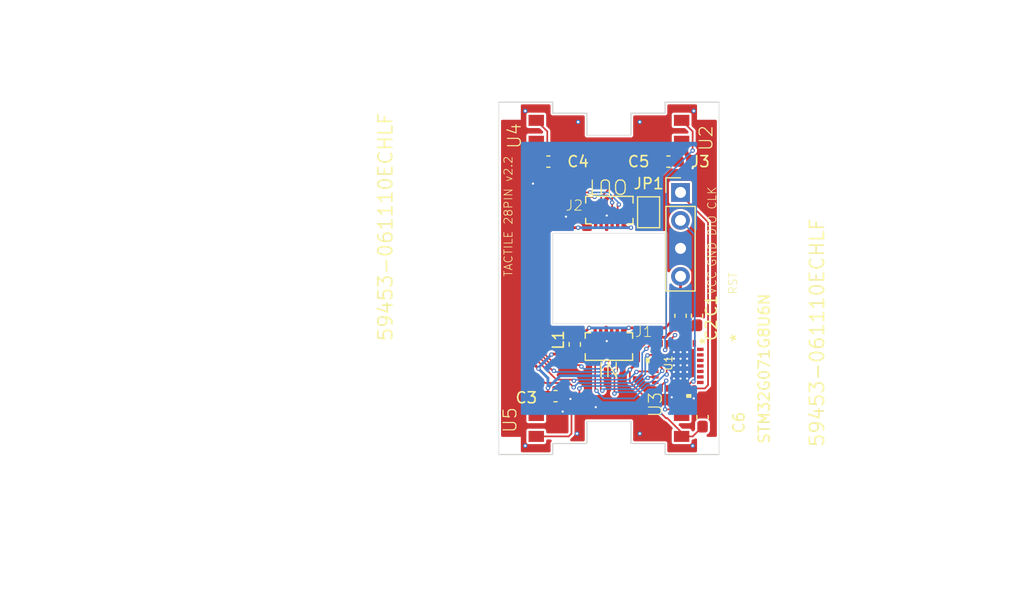
<source format=kicad_pcb>
(kicad_pcb (version 20211014) (generator pcbnew)
  (layers (0 "F.Cu" signal) (31 "B.Cu" signal) (34 "B.Paste" user) (35 "F.Paste" user) (36 "B.SilkS" user "B.Silkscreen") (37 "F.SilkS" user "F.Silkscreen") (38 "B.Mask" user) (39 "F.Mask" user) (44 "Edge.Cuts" user))
  (net 0 "")
  (net 1 "VCC")
  (net 2 "GND")
  (net 3 "/SPI_CS")
  (net 4 "/SPI_SCK")
  (net 5 "/SPI_MISO")
  (net 6 "/SPI_MOSI")
  (net 7 "/SWCLK")
  (net 8 "/SWDIO")
  (net 9 "/RST")
  (net 10 "/OUT1")
  (net 11 "/OUT2")
  (net 12 "/OUT3")
  (net 13 "/OUT4")
  (net 14 "/3V3")
  (net 18 "/PASS_TRU")
  (footprint "footprints:C_0603_1608Metric_Pad1.08x0.95mm_HandSolder" (layer "F.Cu") (at 143 94.4)
    (fp_text reference "C4" (at 2.7 0) (layer "F.SilkS"))
    (fp_text value "100nF")
    (fp_line (start -0.146267 0.51) (end 0.146267 0.51) (layer "F.SilkS") (width 0.12))
    (fp_line (start -0.146267 -0.51) (end 0.146267 -0.51) (layer "F.SilkS") (width 0.12))
    (pad "1" smd roundrect locked (at -0.8625 0) (size 1.075 0.95) (layers "F.Cu" "F.Paste" "F.Mask") (net 1 "VCC"))
    (pad "2" smd roundrect locked (at 0.8625 0) (size 1.075 0.95) (layers "F.Cu" "F.Paste" "F.Mask") (net 2 "GND"))
  )
  (footprint "TACTILE_28UFQFPN_SPI_v2.0:59453-061110ECHLF" (layer "F.Cu") (at 147.2895 100.05675 90)
    (fp_text reference "J2" (at 1.1258 -2.7895 180) (layer "F.SilkS") (effects (font (size 0.93472 0.93472) (thickness 0.08128)) (justify left bottom)))
    (fp_text value "59453-061110ECHLF" (at -0.2742 -19.0895 90) (layer "F.SilkS") (effects (font (size 1.27 1.27))))
    (fp_line (start 2.5 3.4) (end 2.5 -0.9) (layer "F.SilkS") (width 0.127))
    (fp_line (start 0 3.4) (end 0 2.9) (layer "F.SilkS") (width 0.127))
    (fp_line (start 0.5 3.4) (end 0 3.4) (layer "F.SilkS") (width 0.127))
    (fp_line (start 0 -0.9) (end 0 -0.4) (layer "F.SilkS") (width 0.127))
    (fp_line (start 0.5 -0.9) (end 0 -0.9) (layer "F.SilkS") (width 0.127))
    (fp_line (start 1.9 3.4) (end 2.5 3.4) (layer "F.SilkS") (width 0.127))
    (fp_line (start 2.5 -0.9) (end 1.9 -0.9) (layer "F.SilkS") (width 0.127))
    (pad "P$0" smd rect locked (at 1.2 -0.7 90) (size 1 0.52) (layers "F.Cu" "F.Paste" "F.Mask"))
    (pad "P$1" smd rect locked (at 0 0 90) (size 0.9 0.3) (layers "F.Cu" "F.Paste" "F.Mask") (net 3 "/SPI_CS"))
    (pad "P$2" smd rect locked (at 0 0.5 90) (size 0.9 0.3) (layers "F.Cu" "F.Paste" "F.Mask") (net 5 "/SPI_MISO"))
    (pad "P$3" smd rect locked (at 0 1 90) (size 0.9 0.3) (layers "F.Cu" "F.Paste" "F.Mask") (net 2 "GND"))
    (pad "P$4" smd rect locked (at 0 1.5 90) (size 0.9 0.3) (layers "F.Cu" "F.Paste" "F.Mask") (net 18 "/PASS_TRU"))
    (pad "P$5" smd rect locked (at 0 2 90) (size 0.9 0.3) (layers "F.Cu" "F.Paste" "F.Mask") (net 4 "/SPI_SCK"))
    (pad "P$6" smd rect locked (at 0 2.5 90) (size 0.9 0.3) (layers "F.Cu" "F.Paste" "F.Mask") (net 14 "/3V3"))
    (pad "P$8" smd rect locked (at 1.2 3.2 90) (size 1 0.52) (layers "F.Cu" "F.Paste" "F.Mask"))
  )
  (footprint "TACTILE_28UFQFPN_SPI_v2.0:59453-061110ECHLF" (layer "F.Cu") (at 149.75 109.94325 -90)
    (fp_text reference "J1" (at 0.45675 -1.05) (layer "F.SilkS") (effects (font (size 0.93472 0.93472) (thickness 0.08128)) (justify left bottom)))
    (fp_text value "59453-061110ECHLF" (at 0 -17.6467 -90) (layer "F.SilkS") (effects (font (size 1.27 1.27))))
    (fp_line (start 0 -0.9) (end 0 -0.4) (layer "F.SilkS") (width 0.127))
    (fp_line (start 0.5 3.4) (end 0 3.4) (layer "F.SilkS") (width 0.127))
    (fp_line (start 0 3.4) (end 0 2.9) (layer "F.SilkS") (width 0.127))
    (fp_line (start 1.9 3.4) (end 2.5 3.4) (layer "F.SilkS") (width 0.127))
    (fp_line (start 2.5 3.4) (end 2.5 -0.9) (layer "F.SilkS") (width 0.127))
    (fp_line (start 0.5 -0.9) (end 0 -0.9) (layer "F.SilkS") (width 0.127))
    (fp_line (start 2.5 -0.9) (end 1.9 -0.9) (layer "F.SilkS") (width 0.127))
    (pad "P$0" smd rect locked (at 1.2 -0.7 270) (size 1 0.52) (layers "F.Cu" "F.Paste" "F.Mask"))
    (pad "P$1" smd rect locked (at 0 0 270) (size 0.9 0.3) (layers "F.Cu" "F.Paste" "F.Mask") (net 14 "/3V3"))
    (pad "P$2" smd rect locked (at 0 0.5 270) (size 0.9 0.3) (layers "F.Cu" "F.Paste" "F.Mask") (net 4 "/SPI_SCK"))
    (pad "P$3" smd rect locked (at 0 1 270) (size 0.9 0.3) (layers "F.Cu" "F.Paste" "F.Mask") (net 18 "/PASS_TRU"))
    (pad "P$4" smd rect locked (at 0 1.5 270) (size 0.9 0.3) (layers "F.Cu" "F.Paste" "F.Mask") (net 2 "GND"))
    (pad "P$5" smd rect locked (at 0 2 270) (size 0.9 0.3) (layers "F.Cu" "F.Paste" "F.Mask") (net 6 "/SPI_MOSI"))
    (pad "P$6" smd rect locked (at 0 2.5 270) (size 0.9 0.3) (layers "F.Cu" "F.Paste" "F.Mask") (net 3 "/SPI_CS"))
    (pad "P$8" smd rect locked (at 1.2 3.2 270) (size 1 0.52) (layers "F.Cu" "F.Paste" "F.Mask"))
  )
  (footprint "footprints:C_0603_1608Metric_Pad1.08x0.95mm_HandSolder" (layer "F.Cu") (at 155 108.4 90)
    (fp_text reference "C1" (at 0.9 2.8 270) (layer "F.SilkS"))
    (fp_text value "100nF")
    (fp_line (start -0.146267 -0.51) (end 0.146267 -0.51) (layer "F.SilkS") (width 0.12))
    (fp_line (start -0.146267 0.51) (end 0.146267 0.51) (layer "F.SilkS") (width 0.12))
    (pad "1" smd roundrect locked (at -0.8625 0 90) (size 1.075 0.95) (layers "F.Cu" "F.Paste" "F.Mask") (net 1 "VCC"))
    (pad "2" smd roundrect locked (at 0.8625 0 90) (size 1.075 0.95) (layers "F.Cu" "F.Paste" "F.Mask") (net 2 "GND"))
  )
  (footprint "footprints:C_0603_1608Metric_Pad1.08x0.95mm_HandSolder" (layer "F.Cu") (at 143.6511 115.7)
    (fp_text reference "C3" (at -2.6511 0.1464) (layer "F.SilkS"))
    (fp_text value "100nF")
    (fp_line (start -0.146267 -0.51) (end 0.146267 -0.51) (layer "F.SilkS") (width 0.12))
    (fp_line (start -0.146267 0.51) (end 0.146267 0.51) (layer "F.SilkS") (width 0.12))
    (pad "1" smd roundrect locked (at -0.8625 0) (size 1.075 0.95) (layers "F.Cu" "F.Paste" "F.Mask") (net 1 "VCC"))
    (pad "2" smd roundrect locked (at 0.8625 0) (size 1.075 0.95) (layers "F.Cu" "F.Paste" "F.Mask") (net 2 "GND"))
  )
  (footprint "footprints:C_0603_1608Metric_Pad1.08x0.95mm_HandSolder" (layer "F.Cu") (at 153.9011 94.4 180)
    (fp_text reference "C5" (at 2.7011 0 180) (layer "F.SilkS"))
    (fp_text value "100nF")
    (fp_line (start -0.146267 -0.51) (end 0.146267 -0.51) (layer "F.SilkS") (width 0.12))
    (fp_line (start -0.146267 0.51) (end 0.146267 0.51) (layer "F.SilkS") (width 0.12))
    (pad "1" smd roundrect locked (at -0.8625 0 180) (size 1.075 0.95) (layers "F.Cu" "F.Paste" "F.Mask") (net 1 "VCC"))
    (pad "2" smd roundrect locked (at 0.8625 0 180) (size 1.075 0.95) (layers "F.Cu" "F.Paste" "F.Mask") (net 2 "GND"))
  )
  (footprint "Inductor_SMD:L_0603_1608Metric_Pad1.05x0.95mm_HandSolder" (layer "F.Cu") (at 145.4 111 90)
    (fp_text reference "L1" (at 0.4 -1.5 90) (layer "F.SilkS"))
    (fp_text value "33nH/±5%/500mA")
    (fp_line (start -0.171267 -0.51) (end 0.171267 -0.51) (layer "F.SilkS") (width 0.12))
    (fp_line (start -0.171267 0.51) (end 0.171267 0.51) (layer "F.SilkS") (width 0.12))
    (pad "1" smd roundrect locked (at -0.875 0 90) (size 1.05 0.95) (layers "F.Cu" "F.Paste" "F.Mask") (net 1 "VCC"))
    (pad "2" smd roundrect locked (at 0.875 0 90) (size 1.05 0.95) (layers "F.Cu" "F.Paste" "F.Mask") (net 14 "/3V3"))
  )
  (footprint "footprints:SolderJumper-2_P1.3mm_Open_Pad1.0x1.5mm" (layer "F.Cu") (at 152.1 99 -90)
    (fp_text reference "JP1" (at -2.6 0) (layer "F.SilkS"))
    (fp_text value "SolderJumper_2_Close")
    (fp_line (start 1.4 1) (end -1.4 1) (layer "F.SilkS") (width 0.12))
    (fp_line (start 1.4 -1) (end 1.4 1) (layer "F.SilkS") (width 0.12))
    (fp_line (start -1.4 -1) (end 1.4 -1) (layer "F.SilkS") (width 0.12))
    (fp_line (start -1.4 1) (end -1.4 -1) (layer "F.SilkS") (width 0.12))
    (pad "1" smd rect locked (at -0.65 0 270) (size 1 1.5) (layers "F.Cu" "F.Mask") (net 18 "/PASS_TRU"))
    (pad "2" smd rect locked (at 0.65 0 270) (size 1 1.5) (layers "F.Cu" "F.Mask") (net 5 "/SPI_MISO"))
  )
  (footprint "footprints:PinHeader_1x04_P2.54mm_Vertical" (layer "F.Cu") (at 155 97.2)
    (fp_text reference "J3" (at 1.8 -2.8) (layer "F.SilkS"))
    (fp_text value "n.m.")
    (fp_line (start -1.33 8.95) (end 1.33 8.95) (layer "F.SilkS") (width 0.12))
    (fp_line (start -1.33 0) (end -1.33 -1.33) (layer "F.SilkS") (width 0.12))
    (fp_line (start -1.33 -1.33) (end 0 -1.33) (layer "F.SilkS") (width 0.12))
    (fp_line (start -1.33 1.27) (end -1.33 8.95) (layer "F.SilkS") (width 0.12))
    (fp_line (start 1.33 1.27) (end 1.33 8.95) (layer "F.SilkS") (width 0.12))
    (fp_line (start -1.33 1.27) (end 1.33 1.27) (layer "F.SilkS") (width 0.12))
    (pad "1" thru_hole rect locked (at 0 0) (size 1.7 1.7) (drill 1) (layers *.Cu *.Mask) (net 7 "/SWCLK"))
    (pad "2" thru_hole oval locked (at 0 2.54) (size 1.7 1.7) (drill 1) (layers *.Cu *.Mask) (net 8 "/SWDIO"))
    (pad "3" thru_hole oval locked (at 0 5.08) (size 1.7 1.7) (drill 1) (layers *.Cu *.Mask) (net 2 "GND"))
    (pad "4" thru_hole oval locked (at 0 7.62) (size 1.7 1.7) (drill 1) (layers *.Cu *.Mask) (net 14 "/3V3"))
  )
  (footprint "TACTILE_28UFQFPN_SPI_v2.0:SOT23-BEC" (layer "F.Cu") (at 154.0011 91.6036 90)
    (fp_text reference "U2" (at -1.8964 3.9989 90) (layer "F.SilkS") (effects (font (size 1.1684 1.1684) (thickness 0.1016)) (justify left bottom)))
    (fp_text value "DRV5056A4")
    (pad "B" smd rect locked (at -0.95 1.1 90) (size 1 1.4) (layers "F.Cu" "F.Paste" "F.Mask") (net 1 "VCC"))
    (pad "C" smd rect locked (at 0 -1.1 90) (size 1 1.4) (layers "F.Cu" "F.Paste" "F.Mask") (net 2 "GND"))
    (pad "E" smd rect locked (at 0.95 1.1 90) (size 1 1.4) (layers "F.Cu" "F.Paste" "F.Mask") (net 10 "/OUT1"))
  )
  (footprint "footprints:C_0603_1608Metric_Pad1.08x0.95mm_HandSolder" (layer "F.Cu") (at 157 117.6 90)
    (fp_text reference "C6" (at -0.5 3.3 90) (layer "F.SilkS"))
    (fp_text value "100nF")
    (fp_line (start -0.146267 0.51) (end 0.146267 0.51) (layer "F.SilkS") (width 0.12))
    (fp_line (start -0.146267 -0.51) (end 0.146267 -0.51) (layer "F.SilkS") (width 0.12))
    (pad "1" smd roundrect locked (at -0.8625 0 90) (size 1.075 0.95) (layers "F.Cu" "F.Paste" "F.Mask") (net 1 "VCC"))
    (pad "2" smd roundrect locked (at 0.8625 0 90) (size 1.075 0.95) (layers "F.Cu" "F.Paste" "F.Mask") (net 2 "GND"))
  )
  (footprint "TACTILE_28UFQFPN_SPI_v2.0:SOT23-BEC" (layer "F.Cu") (at 143.0011 91.6036 -90)
    (fp_text reference "U4" (at 1.6964 2.4011 -90) (layer "F.SilkS") (effects (font (size 1.1684 1.1684) (thickness 0.1016)) (justify left bottom)))
    (fp_text value "DRV5056A4")
    (pad "B" smd rect locked (at -0.95 1.1 270) (size 1 1.4) (layers "F.Cu" "F.Paste" "F.Mask") (net 1 "VCC"))
    (pad "C" smd rect locked (at 0 -1.1 270) (size 1 1.4) (layers "F.Cu" "F.Paste" "F.Mask") (net 2 "GND"))
    (pad "E" smd rect locked (at 0.95 1.1 270) (size 1 1.4) (layers "F.Cu" "F.Paste" "F.Mask") (net 11 "/OUT2"))
  )
  (footprint "STM32G071G8U6N:STM32G071G8U6N" (layer "F.Cu") (at 154.7511 112.9536 -90)
    (fp_text reference "U1" (at -0.2536 0.8511 -90) (layer "F.SilkS") (effects (font (size 0.7 0.7) (thickness 0.1))))
    (fp_text value "STM32G071G8U6N" (at 0.2464 -7.8489 -90) (layer "F.SilkS"))
    (fp_text user "*" (at -2.2536 -2.5489 -90) (layer "F.SilkS"))
    (fp_text user "*" (at -2.5536 -5.3489 -90) (layer "F.SilkS"))
    (fp_poly (pts (xy 2.852674 -1.19126) (xy 2.852674 -0.81026) (xy 2.598674 -0.81026) (xy 2.598674 -1.19126)) (layer "F.SilkS") (width 0.1) (fill solid))
    (fp_poly (pts (xy -0.69088 2.598674) (xy -0.69088 2.852674) (xy -0.30988 2.852674) (xy -0.30988 2.598674)) (layer "F.SilkS") (width 0.1) (fill solid))
    (pad "1" smd rect locked (at -2.0447 -1.50114) (size 0.299974 0.599948) (layers "F.Cu" "F.Paste" "F.Mask"))
    (pad "2" smd rect locked (at -2.0447 -1.00076) (size 0.299974 0.599948) (layers "F.Cu" "F.Paste" "F.Mask"))
    (pad "3" smd rect locked (at -2.0447 -0.50038) (size 0.299974 0.599948) (layers "F.Cu" "F.Paste" "F.Mask") (net 1 "VCC"))
    (pad "4" smd rect locked (at -2.0447 0) (size 0.299974 0.599948) (layers "F.Cu" "F.Paste" "F.Mask") (net 2 "GND"))
    (pad "5" smd rect locked (at -2.0447 0.50038) (size 0.299974 0.599948) (layers "F.Cu" "F.Paste" "F.Mask") (net 9 "/RST"))
    (pad "6" smd rect locked (at -2.0447 1.00076) (size 0.299974 0.599948) (layers "F.Cu" "F.Paste" "F.Mask") (net 10 "/OUT1"))
    (pad "7" smd rect locked (at -2.0447 1.50114) (size 0.299974 0.599948) (layers "F.Cu" "F.Paste" "F.Mask") (net 11 "/OUT2"))
    (pad "8" smd rect locked (at -1.50114 2.0447 270) (size 0.299974 0.599948) (layers "F.Cu" "F.Paste" "F.Mask"))
    (pad "9" smd rect locked (at -1.00076 2.0447 270) (size 0.299974 0.599948) (layers "F.Cu" "F.Paste" "F.Mask") (net 12 "/OUT3"))
    (pad "10" smd rect locked (at -0.50038 2.0447 270) (size 0.299974 0.599948) (layers "F.Cu" "F.Paste" "F.Mask") (net 3 "/SPI_CS"))
    (pad "11" smd rect locked (at 0 2.0447 270) (size 0.299974 0.599948) (layers "F.Cu" "F.Paste" "F.Mask") (net 4 "/SPI_SCK"))
    (pad "12" smd rect locked (at 0.50038 2.0447 270) (size 0.299974 0.599948) (layers "F.Cu" "F.Paste" "F.Mask") (net 5 "/SPI_MISO"))
    (pad "13" smd rect locked (at 1.00076 2.0447 270) (size 0.299974 0.599948) (layers "F.Cu" "F.Paste" "F.Mask") (net 6 "/SPI_MOSI"))
    (pad "14" smd rect locked (at 1.50114 2.0447 270) (size 0.299974 0.599948) (layers "F.Cu" "F.Paste" "F.Mask"))
    (pad "15" smd rect locked (at 2.0447 1.50114) (size 0.299974 0.599948) (layers "F.Cu" "F.Paste" "F.Mask") (net 13 "/OUT4"))
    (pad "16" smd rect locked (at 2.0447 1.00076) (size 0.299974 0.599948) (layers "F.Cu" "F.Paste" "F.Mask"))
    (pad "17" smd rect locked (at 2.0447 0.50038) (size 0.299974 0.599948) (layers "F.Cu" "F.Paste" "F.Mask"))
    (pad "18" smd rect locked (at 2.0447 0) (size 0.299974 0.599948) (layers "F.Cu" "F.Paste" "F.Mask"))
    (pad "19" smd rect locked (at 2.0447 -0.50038) (size 0.299974 0.599948) (layers "F.Cu" "F.Paste" "F.Mask"))
    (pad "20" smd rect locked (at 2.0447 -1.00076) (size 0.299974 0.599948) (layers "F.Cu" "F.Paste" "F.Mask") (net 8 "/SWDIO"))
    (pad "21" smd rect locked (at 2.0447 -1.50114) (size 0.299974 0.599948) (layers "F.Cu" "F.Paste" "F.Mask") (net 7 "/SWCLK"))
    (pad "22" smd rect locked (at 1.50114 -2.0447 270) (size 0.299974 0.599948) (layers "F.Cu" "F.Paste" "F.Mask"))
    (pad "23" smd rect locked (at 1.00076 -2.0447 270) (size 0.299974 0.599948) (layers "F.Cu" "F.Paste" "F.Mask"))
    (pad "24" smd rect locked (at 0.50038 -2.0447 270) (size 0.299974 0.599948) (layers "F.Cu" "F.Paste" "F.Mask"))
    (pad "25" smd rect locked (at 0 -2.0447 270) (size 0.299974 0.599948) (layers "F.Cu" "F.Paste" "F.Mask"))
    (pad "26" smd rect locked (at -0.50038 -2.0447 270) (size 0.299974 0.599948) (layers "F.Cu" "F.Paste" "F.Mask"))
    (pad "27" smd rect locked (at -1.00076 -2.0447 270) (size 0.299974 0.599948) (layers "F.Cu" "F.Paste" "F.Mask"))
    (pad "28" smd rect locked (at -1.50114 -2.0447 270) (size 0.299974 0.599948) (layers "F.Cu" "F.Paste" "F.Mask"))
  )
  (footprint "footprints:C_0603_1608Metric_Pad1.08x0.95mm_HandSolder" (layer "F.Cu") (at 156.5 108.4 90)
    (fp_text reference "C2" (at -1.3 1.3 90) (layer "F.SilkS"))
    (fp_text value "1uF")
    (fp_line (start -0.146267 0.51) (end 0.146267 0.51) (layer "F.SilkS") (width 0.12))
    (fp_line (start -0.146267 -0.51) (end 0.146267 -0.51) (layer "F.SilkS") (width 0.12))
    (pad "1" smd roundrect locked (at -0.8625 0 90) (size 1.075 0.95) (layers "F.Cu" "F.Paste" "F.Mask") (net 1 "VCC"))
    (pad "2" smd roundrect locked (at 0.8625 0 90) (size 1.075 0.95) (layers "F.Cu" "F.Paste" "F.Mask") (net 2 "GND"))
  )
  (footprint "TACTILE_28UFQFPN_SPI_v2.0:SOT23-BEC" (layer "F.Cu") (at 143.0011 118.4036 -90)
    (fp_text reference "U5" (at 0.6964 2.8011 -90) (layer "F.SilkS") (effects (font (size 1.1684 1.1684) (thickness 0.1016)) (justify left bottom)))
    (fp_text value "DRV5056A4")
    (pad "B" smd rect locked (at -0.95 1.1 270) (size 1 1.4) (layers "F.Cu" "F.Paste" "F.Mask") (net 1 "VCC"))
    (pad "C" smd rect locked (at 0 -1.1 270) (size 1 1.4) (layers "F.Cu" "F.Paste" "F.Mask") (net 2 "GND"))
    (pad "E" smd rect locked (at 0.95 1.1 270) (size 1 1.4) (layers "F.Cu" "F.Paste" "F.Mask") (net 12 "/OUT3"))
  )
  (footprint "TACTILE_28UFQFPN_SPI_v2.0:SOT23-BEC" (layer "F.Cu") (at 154.0011 118.4036 90)
    (fp_text reference "U3" (at 0.7036 -0.6011 90) (layer "F.SilkS") (effects (font (size 1.1684 1.1684) (thickness 0.1016)) (justify left bottom)))
    (fp_text value "DRV5056A4")
    (pad "B" smd rect (at -0.95 1.1 90) (size 1 1.4) (layers "F.Cu" "F.Paste" "F.Mask") (net 1 "VCC"))
    (pad "C" smd rect (at 0 -1.1 90) (size 1 1.4) (layers "F.Cu" "F.Paste" "F.Mask") (net 2 "GND"))
    (pad "E" smd rect (at 0.95 1.1 90) (size 1 1.4) (layers "F.Cu" "F.Paste" "F.Mask") (net 13 "/OUT4"))
  )
  (gr_line (start 143.4 90) (end 143.4 89) (layer "Edge.Cuts") (width 0.1))
  (gr_line (start 158.5011 121) (end 153.6 121) (layer "Edge.Cuts") (width 0.1))
  (gr_line (start 153.6011 109.1036) (end 153.6011 100.9036) (layer "Edge.Cuts") (width 0.05))
  (gr_line (start 146.5011 120) (end 143.4 120) (layer "Edge.Cuts") (width 0.1))
  (gr_line (start 146.5011 92.0036) (end 150.5011 92.0036) (layer "Edge.Cuts") (width 0.05))
  (gr_line (start 153.6 89) (end 158.5011 89) (layer "Edge.Cuts") (width 0.1))
  (gr_line (start 146.5011 92.0036) (end 146.5011 90) (layer "Edge.Cuts") (width 0.1))
  (gr_line (start 153.6 90) (end 153.6 89) (layer "Edge.Cuts") (width 0.1))
  (gr_line (start 150.5011 92.0036) (end 150.5011 90) (layer "Edge.Cuts") (width 0.1))
  (gr_line (start 143.4011 100.9036) (end 143.4011 109.1036) (layer "Edge.Cuts") (width 0.05))
  (gr_line (start 143.4 121) (end 138.5011 121) (layer "Edge.Cuts") (width 0.1))
  (gr_line (start 150.5 120) (end 153.6 120) (layer "Edge.Cuts") (width 0.1))
  (gr_line (start 143.4 120) (end 143.4 121) (layer "Edge.Cuts") (width 0.1))
  (gr_line (start 146.5011 90) (end 143.4 90) (layer "Edge.Cuts") (width 0.1))
  (gr_line (start 146.5011 120) (end 146.5011 118.0036) (layer "Edge.Cuts") (width 0.1))
  (gr_line (start 143.4 89) (end 138.5011 89) (layer "Edge.Cuts") (width 0.1))
  (gr_line (start 143.4011 109.1036) (end 153.6011 109.1036) (layer "Edge.Cuts") (width 0.05))
  (gr_line (start 146.5011 118.0036) (end 150.5011 118.0036) (layer "Edge.Cuts") (width 0.05))
  (gr_line (start 153.6011 100.9036) (end 143.4011 100.9036) (layer "Edge.Cuts") (width 0.05))
  (gr_line (start 150.5 120) (end 150.5011 118.0036) (layer "Edge.Cuts") (width 0.1))
  (gr_line (start 158.5011 121) (end 158.5011 89) (layer "Edge.Cuts") (width 0.05))
  (gr_line (start 150.5011 90) (end 153.6 90) (layer "Edge.Cuts") (width 0.1))
  (gr_line (start 138.5011 89) (end 138.5011 121) (layer "Edge.Cuts") (width 0.05))
  (gr_line (start 153.6 120) (end 153.6 121) (layer "Edge.Cuts") (width 0.1))
  (gr_text "DIO" (at 158.3 101.2 90) (layer "F.SilkS") (effects (font (size 0.747776 0.747776) (thickness 0.065024)) (justify left bottom)))
  (gr_text "TACTILE 28PIN v2.2" (at 139.8 104.9 90) (layer "F.SilkS") (effects (font (size 0.747776 0.747776) (thickness 0.065024)) (justify left bottom)))
  (gr_text "VCC" (at 158.3 106.5 90) (layer "F.SilkS") (effects (font (size 0.747776 0.747776) (thickness 0.065024)) (justify left bottom)))
  (gr_text "GND" (at 158.3 104 90) (layer "F.SilkS") (effects (font (size 0.747776 0.747776) (thickness 0.065024)) (justify left bottom)))
  (gr_text "CLK" (at 158.3 98.8 90) (layer "F.SilkS") (effects (font (size 0.747776 0.747776) (thickness 0.065024)) (justify left bottom)))
  (gr_text "OUT" (at 150.3 95.9 180) (layer "F.SilkS") (effects (font (size 1.308608 1.308608) (thickness 0.113792)) (justify left bottom)))
  (gr_text "IN" (at 147.4 114.1) (layer "F.SilkS") (effects (font (size 1.308608 1.308608) (thickness 0.113792)) (justify left bottom)))
  (gr_text "RST" (at 160.2 106.5 90) (layer "F.SilkS") (effects (font (size 0.747776 0.747776) (thickness 0.065024)) (justify left bottom)))
  (segment (start 153.803811 117.700889) (end 155.1011 118.998178) (width 0.1524) (layer "F.Cu") (net 1))
  (segment (start 155.1011 119.3536) (end 156.1089 119.3536) (width 0.1524) (layer "F.Cu") (net 1))
  (segment (start 153.644585 110.355415) (end 152.303223 110.355415) (width 0.254) (layer "F.Cu") (net 1))
  (segment (start 143.325 111.875) (end 145.1 111.875) (width 0.254) (layer "F.Cu") (net 1))
  (segment (start 142.1 113.2) (end 141.170281 112.270281) (width 0.254) (layer "F.Cu") (net 1))
  (segment (start 155.1011 118.998178) (end 155.1011 119.3536) (width 0.1524) (layer "F.Cu") (net 1))
  (segment (start 142.2511 94.2) (end 142.9011 93.55) (width 0.1524) (layer "F.Cu") (net 1))
  (segment (start 142.2511 117.4536) (end 141.9011 117.4536) (width 0.254) (layer "F.Cu") (net 1))
  (segment (start 142.9011 93.55) (end 142.9011 91.6536) (width 0.1524) (layer "F.Cu") (net 1))
  (segment (start 151.2 112.5) (end 150.4 113.3) (width 0.254) (layer "F.Cu") (net 1))
  (segment (start 142.960581 115.713082) (end 142.9607 114.9648) (width 0.1524) (layer "F.Cu") (net 1))
  (segment (start 156.1089 119.3536) (end 157 118.4625) (width 0.1524) (layer "F.Cu") (net 1))
  (segment (start 153.681689 117.700889) (end 153.803811 117.700889) (width 0.1524) (layer "F.Cu") (net 1))
  (segment (start 143.0011 115.7536) (end 142.960581 115.713082) (width 0.1524) (layer "F.Cu") (net 1))
  (segment (start 143.863426 96.37028) (end 152.30192 96.37028) (width 0.254) (layer "F.Cu") (net 1))
  (segment (start 143.0011 115.7536) (end 143.0011 116.7036) (width 0.254) (layer "F.Cu") (net 1))
  (segment (start 152.303223 110.355415) (end 151.2 111.458638) (width 0.254) (layer "F.Cu") (net 1))
  (segment (start 155.5 109.7) (end 155.25148 109.94852) (width 0.25) (layer "F.Cu") (net 1))
  (segment (start 152.30192 96.37028) (end 154.4686 94.2036) (width 0.254) (layer "F.Cu") (net 1))
  (segment (start 142.2511 94.2) (end 142.2511 94.757954) (width 0.254) (layer "F.Cu") (net 1))
  (segment (start 156.495 109.2625) (end 156.0575 109.7) (width 0.25) (layer "F.Cu") (net 1))
  (segment (start 141.170281 99.063425) (end 143.863426 96.37028) (width 0.254) (layer "F.Cu") (net 1))
  (segment (start 141.170281 112.270281) (end 141.170281 99.063425) (width 0.254) (layer "F.Cu") (net 1))
  (segment (start 142.2511 94.757954) (end 143.863426 96.37028) (width 0.254) (layer "F.Cu") (net 1))
  (segment (start 143.863426 96.37028) (end 143.9 96.37028) (width 0.254) (layer "F.Cu") (net 1))
  (segment (start 156.0575 109.7) (end 155.5 109.7) (width 0.25) (layer "F.Cu") (net 1))
  (segment (start 142.9011 91.6536) (end 141.9011 90.6536) (width 0.1524) (layer "F.Cu") (net 1))
  (segment (start 154.3 94.4547) (end 155.1011 93.6536) (width 0.1524) (layer "F.Cu") (net 1))
  (segment (start 150.4 113.3) (end 150.4 114.4192) (width 0.1524) (layer "F.Cu") (net 1))
  (segment (start 151.2 111.458638) (end 151.2 112.5) (width 0.254) (layer "F.Cu") (net 1))
  (segment (start 143.27666 111.92334) (end 143.325 111.875) (width 0.254) (layer "F.Cu") (net 1))
  (segment (start 150.4 114.4192) (end 153.681689 117.700889) (width 0.1524) (layer "F.Cu") (net 1))
  (segment (start 154.3 109.7) (end 153.644585 110.355415) (width 0.254) (layer "F.Cu") (net 1))
  (segment (start 155.5 109.7) (end 154.3 109.7) (width 0.254) (layer "F.Cu") (net 1))
  (segment (start 155.1011 93.6536) (end 155.1011 92.5536) (width 0.1524) (layer "F.Cu") (net 1))
  (segment (start 143.0011 116.7036) (end 142.2511 117.4536) (width 0.254) (layer "F.Cu") (net 1))
  (segment (start 155.25148 109.94852) (end 155.25148 110.9089) (width 0.25) (layer "F.Cu") (net 1))
  (segment (start 150.4 113.3) (end 150.389263 113.310737) (width 0.254) (layer "F.Cu") (net 1))
  (via (at 142.9607 114.9648) (size 0.4032) (drill 0.2) (layers "F.Cu" "B.Cu") (net 1))
  (via (at 150.4 113.3) (size 0.4) (drill 0.2) (layers "F.Cu" "B.Cu") (net 1))
  (via (at 143.27666 111.92334) (size 0.4) (drill 0.2) (layers "F.Cu" "B.Cu") (net 1))
  (via (at 142.1 113.2) (size 0.4) (drill 0.2) (layers "F.Cu" "B.Cu") (net 1))
  (segment (start 142.1 113.2) (end 142.9607 114.0607) (width 0.254) (layer "B.Cu") (net 1))
  (segment (start 143.27666 111.92334) (end 142.1 113.1) (width 0.254) (layer "B.Cu") (net 1))
  (segment (start 149.845164 113.854836) (end 144.070664 113.854836) (width 0.254) (layer "B.Cu") (net 1))
  (segment (start 142.9607 114.0607) (end 142.9607 114.9648) (width 0.254) (layer "B.Cu") (net 1))
  (segment (start 144.070664 113.854836) (end 142.9607 114.9648) (width 0.254) (layer "B.Cu") (net 1))
  (segment (start 142.1 113.1) (end 142.1 113.2) (width 0.254) (layer "B.Cu") (net 1))
  (segment (start 150.4 113.3) (end 149.845164 113.854836) (width 0.254) (layer "B.Cu") (net 1))
  (segment (start 156.3 107.625) (end 156.1 107.425) (width 0.254) (layer "F.Cu") (net 2))
  (segment (start 144.3011 115.7536) (end 144.3011 118.2036) (width 0.254) (layer "F.Cu") (net 2))
  (segment (start 144.3011 115.7536) (end 144.5011 115.9536) (width 0.254) (layer "F.Cu") (net 2))
  (segment (start 156.1 105.280601) (end 156.103511 105.27709) (width 0.254) (layer "F.Cu") (net 2))
  (segment (start 156.8 107.3) (end 156.3 107.8) (width 0.1524) (layer "F.Cu") (net 2))
  (segment (start 144.3011 118.2036) (end 144.1011 118.4036) (width 0.254) (layer "F.Cu") (net 2))
  (segment (start 156.1 107.425) (end 156.1 105.280601) (width 0.254) (layer "F.Cu") (net 2))
  (segment (start 156.103511 103.383511) (end 155 102.28) (width 0.254) (layer "F.Cu") (net 2))
  (segment (start 144.5011 115.9536) (end 145.0011 115.9536) (width 0.254) (layer "F.Cu") (net 2))
  (segment (start 156.3 107.8) (end 156.3 107.625) (width 0.254) (layer "F.Cu") (net 2))
  (segment (start 156.103511 105.27709) (end 156.103511 103.383511) (width 0.254) (layer "F.Cu") (net 2))
  (via (at 156.2 89.8) (size 0.4) (drill 0.2) (layers "F.Cu" "B.Cu") (net 2))
  (via (at 155 112.3) (size 0.4) (drill 0.2) (layers "F.Cu" "B.Cu") (net 2))
  (via (at 140.9 120.2) (size 0.4032) (drill 0.2) (layers "F.Cu" "B.Cu") (net 2))
  (via (at 155 111.7) (size 0.4) (drill 0.2) (layers "F.Cu" "B.Cu") (net 2))
  (via (at 155.6 114.1) (size 0.4) (drill 0.2) (layers "F.Cu" "B.Cu") (net 2))
  (via (at 144.3 117.1) (size 0.4032) (drill 0.2) (layers "F.Cu" "B.Cu") (net 2))
  (via (at 145.7 90.8) (size 0.4) (drill 0.2) (layers "F.Cu" "B.Cu") (net 2))
  (via (at 155 114.1) (size 0.4) (drill 0.2) (layers "F.Cu" "B.Cu") (net 2))
  (via (at 156.1 95) (size 0.4) (drill 0.2) (layers "F.Cu" "B.Cu") (net 2))
  (via (at 151.3 90.8) (size 0.4) (drill 0.2) (layers "F.Cu" "B.Cu") (net 2))
  (via (at 154.2 115.8) (size 0.4032) (drill 0.2) (layers "F.Cu" "B.Cu") (net 2))
  (via (at 155.6 113.5) (size 0.4) (drill 0.2) (layers "F.Cu" "B.Cu") (net 2))
  (via (at 153.8 112.3) (size 0.4) (drill 0.2) (layers "F.Cu" "B.Cu") (net 2))
  (via (at 155.6 112.3) (size 0.4) (drill 0.2) (layers "F.Cu" "B.Cu") (net 2))
  (via (at 148.3 110.7) (size 0.4) (drill 0.2) (layers "F.Cu" "B.Cu") (net 2))
  (via (at 155.6 111.7) (size 0.4) (drill 0.2) (layers "F.Cu" "B.Cu") (net 2))
  (via (at 154.4 112.3) (size 0.4) (drill 0.2) (layers "F.Cu" "B.Cu") (net 2))
  (via (at 155 113.5) (size 0.4) (drill 0.2) (layers "F.Cu" "B.Cu") (net 2))
  (via (at 155 112.9) (size 0.4) (drill 0.2) (layers "F.Cu" "B.Cu") (net 2))
  (via (at 140.9 89.8) (size 0.4) (drill 0.2) (layers "F.Cu" "B.Cu") (net 2))
  (via (at 145.0011 115.9536) (size 0.4032) (drill 0.2) (layers "F.Cu" "B.Cu") (net 2))
  (via (at 145.6 119.1) (size 0.4032) (drill 0.2) (layers "F.Cu" "B.Cu") (net 2))
  (via (at 154.4 113.5) (size 0.4) (drill 0.2) (layers "F.Cu" "B.Cu") (net 2))
  (via (at 156.1 120.2) (size 0.4032) (drill 0.2) (layers "F.Cu" "B.Cu") (net 2))
  (via (at 156.2 115.9) (size 0.4032) (drill 0.2) (layers "F.Cu" "B.Cu") (net 2))
  (via (at 147.3 116.7) (size 0.4032) (drill 0.2) (layers "F.Cu" "B.Cu") (net 2))
  (via (at 141.6 96.4) (size 0.4032) (drill 0.2) (layers "F.Cu" "B.Cu") (net 2))
  (via (at 144.6 99.4) (size 0.4032) (drill 0.2) (layers "F.Cu" "B.Cu") (net 2))
  (via (at 154.4 112.9) (size 0.4) (drill 0.2) (layers "F.Cu" "B.Cu") (net 2))
  (via (at 154.4 114.1) (size 0.4) (drill 0.2) (layers "F.Cu" "B.Cu") (net 2))
  (via (at 148.3 99.3) (size 0.4) (drill 0.2) (layers "F.Cu" "B.Cu") (net 2))
  (via (at 155.6 112.9) (size 0.4) (drill 0.2) (layers "F.Cu" "B.Cu") (net 2))
  (via (at 154.4 111.7) (size 0.4) (drill 0.2) (layers "F.Cu" "B.Cu") (net 2))
  (via (at 151.3 119.1) (size 0.4032) (drill 0.2) (layers "F.Cu" "B.Cu") (net 2))
  (segment (start 142.37626 99.57151) (end 142.37626 111.592446) (width 0.1524) (layer "F.Cu") (net 3))
  (segment (start 142.37626 111.592446) (end 143.386534 112.60272) (width 0.1524) (layer "F.Cu") (net 3))
  (segment (start 147.2895 100.05675) (end 147.2895 98.3895) (width 0.1524) (layer "F.Cu") (net 3))
  (segment (start 143.386534 112.60272) (end 146.49728 112.60272) (width 0.1524) (layer "F.Cu") (net 3))
  (segment (start 147.25 115.084712) (end 147.25 112.60272) (width 0.15) (layer "F.Cu") (net 3))
  (segment (start 146.49728 112.60272) (end 147.25 112.60272) (width 0.1524) (layer "F.Cu") (net 3))
  (segment (start 153.742693 113.73504) (end 153.742693 113.042693) (width 0.15) (layer "F.Cu") (net 3))
  (segment (start 146.9 98) (end 143.94777 98) (width 0.1524) (layer "F.Cu") (net 3))
  (segment (start 153.742693 113.042693) (end 153.15322 112.45322) (width 0.15) (layer "F.Cu") (net 3))
  (segment (start 147.2895 98.3895) (end 146.9 98) (width 0.1524) (layer "F.Cu") (net 3))
  (segment (start 143.94777 98) (end 142.37626 99.57151) (width 0.1524) (layer "F.Cu") (net 3))
  (segment (start 147.373563 115.208275) (end 147.25 115.084712) (width 0.15) (layer "F.Cu") (net 3))
  (segment (start 147.25 112.60272) (end 147.25 109.94325) (width 0.1524) (layer "F.Cu") (net 3))
  (segment (start 153.15322 112.45322) (end 152.7064 112.45322) (width 0.15) (layer "F.Cu") (net 3))
  (via (at 153.742693 113.73504) (size 0.4) (drill 0.2) (layers "F.Cu" "B.Cu") (net 3))
  (via (at 147.373563 115.208275) (size 0.4) (drill 0.2) (layers "F.Cu" "B.Cu") (net 3))
  (segment (start 147.373563 115.208275) (end 147.373563 115.241386) (width 0.15) (layer "B.Cu") (net 3))
  (segment (start 147.373563 115.241386) (end 148.032177 115.9) (width 0.15) (layer "B.Cu") (net 3))
  (segment (start 148.032177 115.9) (end 150.778268 115.9) (width 0.15) (layer "B.Cu") (net 3))
  (segment (start 150.778268 115.9) (end 151.95724 114.721028) (width 0.15) (layer "B.Cu") (net 3))
  (segment (start 153.569522 113.73504) (end 153.742693 113.73504) (width 0.15) (layer "B.Cu") (net 3))
  (segment (start 152.583534 114.721028) (end 153.569522 113.73504) (width 0.15) (layer "B.Cu") (net 3))
  (segment (start 151.95724 114.721028) (end 152.583534 114.721028) (width 0.15) (layer "B.Cu") (net 3))
  (segment (start 149.2895 100.05675) (end 149.2895 98.4105) (width 0.15) (layer "F.Cu") (net 4))
  (segment (start 149.25 113.25) (end 149.25 109.94325) (width 0.15) (layer "F.Cu") (net 4))
  (segment (start 141.82202 99.27798) (end 141.82202 111.82202) (width 0.15) (layer "F.Cu") (net 4))
  (segment (start 153.107403 112.9536) (end 152.7064 112.9536) (width 0.1524) (layer "F.Cu") (net 4))
  (segment (start 149 113.5) (end 149 115.45814) (width 0.1524) (layer "F.Cu") (net 4))
  (segment (start 153.334476 113.180673) (end 153.107403 112.9536) (width 0.1524) (layer "F.Cu") (net 4))
  (segment (start 141.82202 111.82202) (end 143.3 113.3) (width 0.15) (layer "F.Cu") (net 4))
  (segment (start 149.2895 98.4105) (end 149.4 98.3) (width 0.15) (layer "F.Cu") (net 4))
  (segment (start 149.1 113.4) (end 149.25 113.25) (width 0.15) (layer "F.Cu") (net 4))
  (segment (start 143.3 113.3) (end 143.5 113.3) (width 0.15) (layer "F.Cu") (net 4))
  (segment (start 153.334476 113.4) (end 153.334476 113.180673) (width 0.1524) (layer "F.Cu") (net 4))
  (segment (start 143.5 113.3) (end 143.5 113.4) (width 0.15) (layer "F.Cu") (net 4))
  (segment (start 146.8 97.2) (end 143.9 97.2) (width 0.15) (layer "F.Cu") (net 4))
  (segment (start 143.9 97.2) (end 141.82202 99.27798) (width 0.15) (layer "F.Cu") (net 4))
  (segment (start 149.1 113.4) (end 149 113.5) (width 0.1524) (layer "F.Cu") (net 4))
  (via (at 149.1 113.4) (size 0.4) (drill 0.2) (layers "F.Cu" "B.Cu") (net 4))
  (via (at 143.5 113.4) (size 0.4) (drill 0.2) (layers "F.Cu" "B.Cu") (net 4))
  (via (at 146.8 97.2) (size 0.4) (drill 0.2) (layers "F.Cu" "B.Cu") (net 4))
  (via (at 149 115.45814) (size 0.4) (drill 0.2) (layers "F.Cu" "B.Cu") (net 4))
  (via (at 149.4 98.3) (size 0.4) (drill 0.2) (layers "F.Cu" "B.Cu") (net 4))
  (via (at 153.334476 113.4) (size 0.4032) (drill 0.2) (layers "F.Cu" "B.Cu") (net 4))
  (segment (start 149.1 113.4) (end 149 113.5) (width 0.1524) (layer "B.Cu") (net 4))
  (segment (start 148.2 113.5) (end 143.6 113.5) (width 0.15) (layer "B.Cu") (net 4))
  (segment (start 149.12378 115.33436) (end 150.951152 115.33436) (width 0.1524) (layer "B.Cu") (net 4))
  (segment (start 151.842204 114.443308) (end 152.291168 114.443308) (width 0.1524) (layer "B.Cu") (net 4))
  (segment (start 149 113.5) (end 148.2 113.5) (width 0.1524) (layer "B.Cu") (net 4))
  (segment (start 149.4 98.3) (end 149.4 98.153177) (width 0.15) (layer "B.Cu") (net 4))
  (segment (start 148.446823 97.2) (end 146.8 97.2) (width 0.15) (layer "B.Cu") (net 4))
  (segment (start 149 115.45814) (end 149.12378 115.33436) (width 0.1524) (layer "B.Cu") (net 4))
  (segment (start 143.6 113.5) (end 143.5 113.4) (width 0.15) (layer "B.Cu") (net 4))
  (segment (start 149.4 98.153177) (end 148.446823 97.2) (width 0.15) (layer "B.Cu") (net 4))
  (segment (start 148.5 113.5) (end 148.2 113.5) (width 0.15) (layer "B.Cu") (net 4))
  (segment (start 152.291168 114.443308) (end 153.334476 113.4) (width 0.1524) (layer "B.Cu") (net 4))
  (segment (start 150.951152 115.33436) (end 151.842204 114.443308) (width 0.1524) (layer "B.Cu") (net 4))
  (segment (start 141.5 99.2) (end 141.5 111.96952) (width 0.1524) (layer "F.Cu") (net 5))
  (segment (start 151 113.5) (end 151.04602 113.45398) (width 0.1524) (layer "F.Cu") (net 5))
  (segment (start 148.7 96.7) (end 144 96.7) (width 0.1524) (layer "F.Cu") (net 5))
  (segment (start 147.7895 97.6105) (end 147.7895 100.05675) (width 0.15) (layer "F.Cu") (net 5))
  (segment (start 141.5 111.96952) (end 143.73048 114.2) (width 0.1524) (layer "F.Cu") (net 5))
  (segment (start 144 96.7) (end 141.5 99.2) (width 0.1524) (layer "F.Cu") (net 5))
  (segment (start 153.051511 97.751511) (end 153.051511 98.948489) (width 0.15) (layer "F.Cu") (net 5))
  (segment (start 143.73048 114.2) (end 145.213825 114.2) (width 0.1524) (layer "F.Cu") (net 5))
  (segment (start 152 96.7) (end 153.051511 97.751511) (width 0.15) (layer "F.Cu") (net 5))
  (segment (start 148.7 96.7) (end 147.7895 97.6105) (width 0.15) (layer "F.Cu") (net 5))
  (segment (start 152.35 99.65) (end 152.1 99.65) (width 0.15) (layer "F.Cu") (net 5))
  (segment (start 148.7 96.7) (end 152 96.7) (width 0.15) (layer "F.Cu") (net 5))
  (segment (start 153.051511 98.948489) (end 152.35 99.65) (width 0.15) (layer "F.Cu") (net 5))
  (segment (start 151.04602 113.45398) (end 152.7064 113.45398) (width 0.1524) (layer "F.Cu") (net 5))
  (segment (start 145.213825 114.2) (end 145.322172 114.308347) (width 0.1524) (layer "F.Cu") (net 5))
  (via (at 151 113.5) (size 0.4) (drill 0.2) (layers "F.Cu" "B.Cu") (net 5))
  (via (at 145.322172 114.308347) (size 0.4) (drill 0.2) (layers "F.Cu" "B.Cu") (net 5))
  (segment (start 145.430519 114.2) (end 145.322172 114.308347) (width 0.1524) (layer "B.Cu") (net 5))
  (segment (start 151 113.5) (end 150.3 114.2) (width 0.1524) (layer "B.Cu") (net 5))
  (segment (start 150.3 114.2) (end 145.430519 114.2) (width 0.1524) (layer "B.Cu") (net 5))
  (segment (start 152.028908 114.040597) (end 152.115145 113.95436) (width 0.15) (layer "F.Cu") (net 6))
  (segment (start 147.75 115.05) (end 147.75 109.94325) (width 0.15) (layer "F.Cu") (net 6))
  (segment (start 147.9 115.2) (end 147.75 115.05) (width 0.15) (layer "F.Cu") (net 6))
  (segment (start 152.115145 113.95436) (end 152.7064 113.95436) (width 0.15) (layer "F.Cu") (net 6))
  (via (at 147.9 115.2) (size 0.4) (drill 0.2) (layers "F.Cu" "B.Cu") (net 6))
  (via (at 152.028908 114.040597) (size 0.4) (drill 0.2) (layers "F.Cu" "B.Cu") (net 6))
  (segment (start 151.852159 114.040597) (end 152.028908 114.040597) (width 0.15) (layer "B.Cu") (net 6))
  (segment (start 150.836115 115.05664) (end 151.852159 114.040597) (width 0.15) (layer "B.Cu") (net 6))
  (segment (start 148.04336 115.05664) (end 150.836115 115.05664) (width 0.15) (layer "B.Cu") (net 6))
  (segment (start 147.9 115.2) (end 148.04336 115.05664) (width 0.15) (layer "B.Cu") (net 6))
  (segment (start 157.2017 114.9983) (end 156.25224 114.9983) (width 0.1524) (layer "F.Cu") (net 7))
  (segment (start 157.5 114.7) (end 157.2017 114.9983) (width 0.1524) (layer "F.Cu") (net 7))
  (segment (start 155 97.2) (end 155 97.4) (width 0.1524) (layer "F.Cu") (net 7))
  (segment (start 155 97.4) (end 157.5 99.9) (width 0.1524) (layer "F.Cu") (net 7))
  (segment (start 157.5 99.9) (end 157.5 114.7) (width 0.1524) (layer "F.Cu") (net 7))
  (segment (start 155.75186 114.643297) (end 155.75186 114.9983) (width 0.1524) (layer "F.Cu") (net 8))
  (segment (start 156.169324 114.371824) (end 156.023333 114.371824) (width 0.1524) (layer "F.Cu") (net 8))
  (segment (start 156.023333 114.371824) (end 155.75186 114.643297) (width 0.1524) (layer "F.Cu") (net 8))
  (via (at 156.169324 114.371824) (size 0.4) (drill 0.2) (layers "F.Cu" "B.Cu") (net 8))
  (segment (start 156.169324 114.371824) (end 156.3 114.241148) (width 0.1524) (layer "B.Cu") (net 8))
  (segment (start 156.3 101.04) (end 155 99.74) (width 0.1524) (layer "B.Cu") (net 8))
  (segment (start 156.3 114.241148) (end 156.3 101.04) (width 0.1524) (layer "B.Cu") (net 8))
  (segment (start 154.5 110.1535) (end 154.25072 110.40278) (width 0.1524) (layer "F.Cu") (net 9))
  (segment (start 154.25072 110.40278) (end 154.25072 110.9089) (width 0.1524) (layer "F.Cu") (net 9))
  (via (at 154.5 110.1535) (size 0.4) (drill 0.2) (layers "F.Cu" "B.Cu") (net 9))
  (segment (start 153.75034 111.34966) (end 153.75034 110.9089) (width 0.1524) (layer "F.Cu") (net 10))
  (segment (start 156.1 93.4) (end 156.1 91.6525) (width 0.1524) (layer "F.Cu") (net 10))
  (segment (start 153.6 111.5) (end 153.75034 111.34966) (width 0.1524) (layer "F.Cu") (net 10))
  (segment (start 156.1 91.6525) (end 155.1011 90.6536) (width 0.1524) (layer "F.Cu") (net 10))
  (via (at 153.6 111.5) (size 0.4) (drill 0.2) (layers "F.Cu" "B.Cu") (net 10))
  (via (at 156.1 93.4) (size 0.4) (drill 0.2) (layers "F.Cu" "B.Cu") (net 10))
  (segment (start 153.7 100.805422) (end 153.702711 100.802711) (width 0.1524) (layer "B.Cu") (net 10))
  (segment (start 153.6 111.5) (end 153.6 110.37302) (width 0.1524) (layer "B.Cu") (net 10))
  (segment (start 153.7 110.27302) (end 153.7 100.805422) (width 0.1524) (layer "B.Cu") (net 10))
  (segment (start 153.702711 95.797289) (end 156.1 93.4) (width 0.1524) (layer "B.Cu") (net 10))
  (segment (start 153.702711 100.802711) (end 153.702711 95.797289) (width 0.1524) (layer "B.Cu") (net 10))
  (segment (start 153.6 110.37302) (end 153.7 110.27302) (width 0.1524) (layer "B.Cu") (net 10))
  (segment (start 140.840561 112.640561) (end 140.840561 93.614139) (width 0.1524) (layer "F.Cu") (net 11))
  (segment (start 144.9 114.5) (end 142.7 114.5) (width 0.1524) (layer "F.Cu") (net 11))
  (segment (start 140.840561 93.614139) (end 141.9011 92.5536) (width 0.1524) (layer "F.Cu") (net 11))
  (segment (start 142.7 114.5) (end 140.840561 112.640561) (width 0.1524) (layer "F.Cu") (net 11))
  (segment (start 145.3 114.9) (end 144.9 114.5) (width 0.1524) (layer "F.Cu") (net 11))
  (segment (start 152.3911 110.9089) (end 153.24996 110.9089) (width 0.1524) (layer "F.Cu") (net 11))
  (segment (start 151.9 111.4) (end 152.3911 110.9089) (width 0.1524) (layer "F.Cu") (net 11))
  (via (at 151.9 111.4) (size 0.4) (drill 0.2) (layers "F.Cu" "B.Cu") (net 11))
  (via (at 145.3 114.9) (size 0.4032) (drill 0.2) (layers "F.Cu" "B.Cu") (net 11))
  (segment (start 145.3 114.9) (end 145.488942 114.711058) (width 0.1524) (layer "B.Cu") (net 11))
  (segment (start 150.6 114.5) (end 151.52108 113.57892) (width 0.1524) (layer "B.Cu") (net 11))
  (segment (start 145.700039 114.5) (end 150.6 114.5) (width 0.1524) (layer "B.Cu") (net 11))
  (segment (start 145.488942 114.711058) (end 145.488981 114.711058) (width 0.1524) (layer "B.Cu") (net 11))
  (segment (start 145.488981 114.711058) (end 145.700039 114.5) (width 0.1524) (layer "B.Cu") (net 11))
  (segment (start 151.52108 111.77892) (end 151.9 111.4) (width 0.1524) (layer "B.Cu") (net 11))
  (segment (start 151.52108 113.57892) (end 151.52108 111.77892) (width 0.1524) (layer "B.Cu") (net 11))
  (segment (start 145.1 116.45901) (end 145.1 119.1047) (width 0.1524) (layer "F.Cu") (net 12))
  (segment (start 152 112) (end 152.04716 111.95284) (width 0.15) (layer "F.Cu") (net 12))
  (segment (start 145.819416 115.739594) (end 145.1 116.45901) (width 0.1524) (layer "F.Cu") (net 12))
  (segment (start 145.1 119.1047) (end 144.8511 119.3536) (width 0.1524) (layer "F.Cu") (net 12))
  (segment (start 152.04716 111.95284) (end 152.7064 111.95284) (width 0.15) (layer "F.Cu") (net 12))
  (segment (start 144.8511 119.3536) (end 141.9011 119.3536) (width 0.1524) (layer "F.Cu") (net 12))
  (segment (start 145.819416 115.003883) (end 145.819416 115.739594) (width 0.1524) (layer "F.Cu") (net 12))
  (via (at 145.819416 115.003883) (size 0.4032) (drill 0.2) (layers "F.Cu" "B.Cu") (net 12))
  (via (at 152 112) (size 0.4) (drill 0.2) (layers "F.Cu" "B.Cu") (net 12))
  (segment (start 150.72108 114.77892) (end 151.8 113.7) (width 0.1524) (layer "B.Cu") (net 12))
  (segment (start 146.044379 114.77892) (end 150.72108 114.77892) (width 0.1524) (layer "B.Cu") (net 12))
  (segment (start 145.819416 115.003883) (end 146.044379 114.77892) (width 0.1524) (layer "B.Cu") (net 12))
  (segment (start 151.8 112.2) (end 152 112) (width 0.1524) (layer "B.Cu") (net 12))
  (segment (start 151.8 113.7) (end 151.8 112.2) (width 0.1524) (layer "B.Cu") (net 12))
  (segment (start 153.7 114.3) (end 153.24996 114.75004) (width 0.15) (layer "F.Cu") (net 13))
  (segment (start 153.6 116.9) (end 154.5475 116.9) (width 0.1524) (layer "F.Cu") (net 13))
  (segment (start 153.24996 114.75004) (end 153.24996 114.9983) (width 0.15) (layer "F.Cu") (net 13))
  (segment (start 154.5475 116.9) (end 155.1011 117.4536) (width 0.1524) (layer "F.Cu") (net 13))
  (via (at 153.6 116.9) (size 0.4) (drill 0.2) (layers "F.Cu" "B.Cu") (net 13))
  (via (at 153.7 114.3) (size 0.4) (drill 0.2) (layers "F.Cu" "B.Cu") (net 13))
  (segment (start 153.7 114.3) (end 153.6 114.4) (width 0.15) (layer "B.Cu") (net 13))
  (segment (start 153.6 114.4) (end 153.6 116.9) (width 0.15) (layer "B.Cu") (net 13))
  (segment (start 153.6 109.5) (end 154.1 109) (width 0.25) (layer "F.Cu") (net 14))
  (segment (start 150.13275 100.4) (end 149.7895 100.05675) (width 0.25) (layer "F.Cu") (net 14))
  (segment (start 154.1 109) (end 154.1 106.8) (width 0.25) (layer "F.Cu") (net 14))
  (segment (start 146.7 109.5) (end 146.075 110.125) (width 0.25) (layer "F.Cu") (net 14))
  (segment (start 155 105.9) (end 155 104.82) (width 0.25) (layer "F.Cu") (net 14))
  (segment (start 142.77698 101.086968) (end 142.77698 109.17698) (width 0.25) (layer "F.Cu") (net 14))
  (segment (start 146.075 110.125) (end 145.1 110.125) (width 0.25) (layer "F.Cu") (net 14))
  (segment (start 150.19325 109.5) (end 149.75 109.94325) (width 0.25) (layer "F.Cu") (net 14))
  (segment (start 145.7 100.4) (end 143.463948 100.4) (width 0.25) (layer "F.Cu") (net 14))
  (segment (start 143.725 110.125) (end 145.1 110.125) (width 0.25) (layer "F.Cu") (net 14))
  (segment (start 150.5 100.4) (end 150.13275 100.4) (width 0.25) (layer "F.Cu") (net 14))
  (segment (start 150.3 109.5) (end 150.19325 109.5) (width 0.25) (layer "F.Cu") (net 14))
  (segment (start 154.1 106.8) (end 155 105.9) (width 0.25) (layer "F.Cu") (net 14))
  (segment (start 150.3 109.5) (end 153.6 109.5) (width 0.25) (layer "F.Cu") (net 14))
  (segment (start 142.77698 109.17698) (end 143.725 110.125) (width 0.25) (layer "F.Cu") (net 14))
  (segment (start 143.463948 100.4) (end 142.77698 101.086968) (width 0.25) (layer "F.Cu") (net 14))
  (via (at 150.5 100.4) (size 0.4) (drill 0.2) (layers "F.Cu" "B.Cu") (net 14))
  (via (at 145.7 100.4) (size 0.4) (drill 0.2) (layers "F.Cu" "B.Cu") (net 14))
  (via (at 150.3 109.5) (size 0.4) (drill 0.2) (layers "F.Cu" "B.Cu") (net 14))
  (via (at 146.7 109.5) (size 0.4) (drill 0.2) (layers "F.Cu" "B.Cu") (net 14))
  (segment (start 145.7 100.4) (end 150.5 100.4) (width 0.25) (layer "B.Cu") (net 14))
  (segment (start 150.3 109.5) (end 146.7 109.5) (width 0.25) (layer "B.Cu") (net 14))
  (segment (start 143.271498 112.88044) (end 145.87502 112.88044) (width 0.15) (layer "F.Cu") (net 18))
  (segment (start 142.09854 111.707482) (end 143.271498 112.88044) (width 0.15) (layer "F.Cu") (net 18))
  (segment (start 146.633677 97.6015) (end 146.532177 97.5) (width 0.15) (layer "F.Cu") (net 18))
  (segment (start 149.52348 96.97652) (end 151.37652 96.97652) (width 0.15) (layer "F.Cu") (net 18))
  (segment (start 148.7895 98.1105) (end 148.7895 97.7105) (width 0.15) (layer "F.Cu") (net 18))
  (segment (start 147.2 97.6015) (end 146.633677 97.6015) (width 0.15) (layer "F.Cu") (net 18))
  (segment (start 148.7895 97.7105) (end 149.52348 96.97652) (width 0.15) (layer "F.Cu") (net 18))
  (segment (start 148.7895 100.05675) (end 148.7895 98.1105) (width 0.15) (layer "F.Cu") (net 18))
  (segment (start 145.87502 112.88044) (end 146 113.00542) (width 0.15) (layer "F.Cu") (net 18))
  (segment (start 152.1 97.7) (end 152.1 98.35) (width 0.15) (layer "F.Cu") (net 18))
  (segment (start 144 97.5) (end 142.09854 99.40146) (width 0.15) (layer "F.Cu") (net 18))
  (segment (start 142.09854 99.40146) (end 142.09854 111.707482) (width 0.15) (layer "F.Cu") (net 18))
  (segment (start 148.75 112.25) (end 148.3 112.7) (width 0.15) (layer "F.Cu") (net 18))
  (segment (start 148.75 109.94325) (end 148.75 112.25) (width 0.15) (layer "F.Cu") (net 18))
  (segment (start 146.532177 97.5) (end 144 97.5) (width 0.15) (layer "F.Cu") (net 18))
  (segment (start 151.37652 96.97652) (end 152.1 97.7) (width 0.15) (layer "F.Cu") (net 18))
  (via (at 146 113.00542) (size 0.4) (drill 0.2) (layers "F.Cu" "B.Cu") (net 18))
  (via (at 148.3 112.7) (size 0.4) (drill 0.2) (layers "F.Cu" "B.Cu") (net 18))
  (via (at 148.7895 98.1105) (size 0.4) (drill 0.2) (layers "F.Cu" "B.Cu") (net 18))
  (via (at 147.2 97.6015) (size 0.4) (drill 0.2) (layers "F.Cu" "B.Cu") (net 18))
  (segment (start 146 113.00542) (end 146.21806 113.22348) (width 0.15) (layer "B.Cu") (net 18))
  (segment (start 147.2 97.6015) (end 147.32498 97.47652) (width 0.15) (layer "B.Cu") (net 18))
  (segment (start 146.21806 113.22348) (end 147.77652 113.22348) (width 0.15) (layer "B.Cu") (net 18))
  (segment (start 148.332285 97.47652) (end 148.7895 97.933735) (width 0.15) (layer "B.Cu") (net 18))
  (segment (start 148.7895 97.933735) (end 148.7895 98.1105) (width 0.15) (layer "B.Cu") (net 18))
  (segment (start 147.77652 113.22348) (end 148.3 112.7) (width 0.15) (layer "B.Cu") (net 18))
  (segment (start 147.32498 97.47652) (end 148.332285 97.47652) (width 0.15) (layer "B.Cu") (net 18))
  (zone (net 2) (net_name "GND") (layer "F.Cu") (connect_pads yes (clearance 0.2)) (min_thickness 0.254) (fill yes (thermal_gap 0.508) (thermal_bridge_width 0.508))
    (polygon (pts (xy 156.5 89) (xy 156.5 90.6) (xy 159.3 90.6) (xy 159.3 119.4) (xy 156.5 119.4) (xy 156.5 121) (xy 140.5 121) (xy 140.5 119.4) (xy 136.3 119.4) (xy 136.3 90.6) (xy 140.5 90.6) (xy 140.5 89)))
  )
  (zone (net 2) (net_name "GND") (layer "B.Cu") (connect_pads yes (clearance 0.2)) (min_thickness 0.254) (fill yes (thermal_gap 0.508) (thermal_bridge_width 0.508))
    (polygon (pts (xy 156.5 92.6) (xy 156.5 117.4) (xy 140.5 117.4) (xy 140.5 92.6)))
  )
)
</source>
